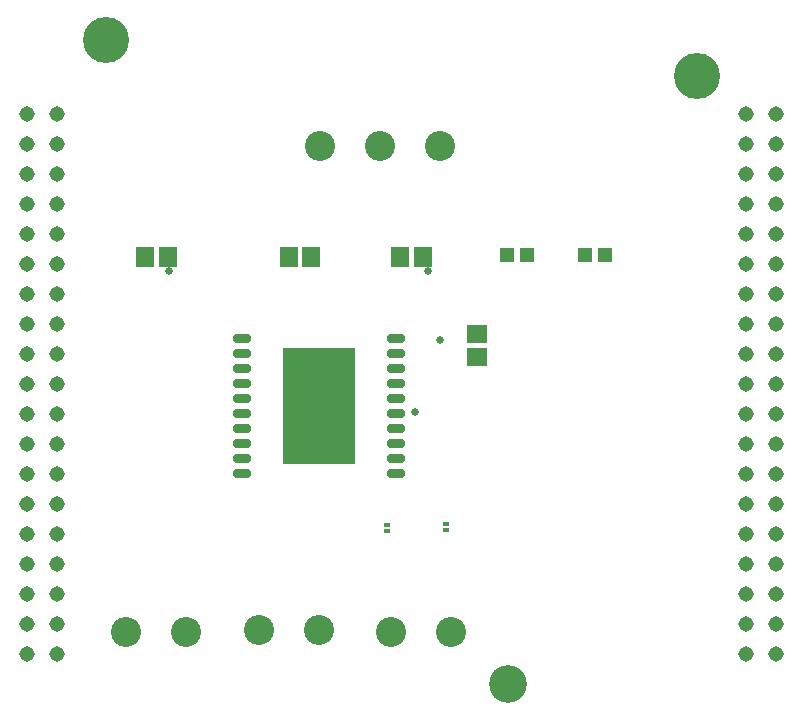
<source format=gbr>
G04 EAGLE Gerber RS-274X export*
G75*
%MOMM*%
%FSLAX34Y34*%
%LPD*%
%INSoldermask Top*%
%IPPOS*%
%AMOC8*
5,1,8,0,0,1.08239X$1,22.5*%
G01*
%ADD10C,3.903200*%
%ADD11C,3.203200*%
%ADD12R,1.303200X1.203200*%
%ADD13R,1.703200X1.503200*%
%ADD14R,0.553200X0.453200*%
%ADD15R,1.503200X1.703200*%
%ADD16C,1.311200*%
%ADD17C,2.543200*%
%ADD18C,0.469247*%
%ADD19R,6.203200X9.803200*%
%ADD20C,0.655600*%


D10*
X110000Y555000D03*
X610000Y525000D03*
D11*
X450000Y10000D03*
D12*
X448700Y372800D03*
X465700Y372800D03*
D13*
X423800Y287100D03*
X423800Y306100D03*
D14*
X397200Y140400D03*
X397200Y145400D03*
X347200Y139600D03*
X347200Y144600D03*
D12*
X515200Y372800D03*
X532200Y372800D03*
D15*
X264500Y371200D03*
X283500Y371200D03*
X358700Y371200D03*
X377700Y371200D03*
X142900Y371200D03*
X161900Y371200D03*
D16*
X42600Y492600D03*
X42600Y467200D03*
X42600Y441800D03*
X42600Y416400D03*
X42600Y391000D03*
X42600Y365600D03*
X42600Y340200D03*
X42600Y314800D03*
X42600Y289400D03*
X42600Y264000D03*
X42600Y238600D03*
X42600Y213200D03*
X42600Y187800D03*
X42600Y162400D03*
X42600Y137000D03*
X42600Y111600D03*
X42600Y86200D03*
X42600Y60800D03*
X42600Y35400D03*
X68000Y35400D03*
X68000Y60800D03*
X68000Y86200D03*
X68000Y111600D03*
X68000Y137000D03*
X68000Y162400D03*
X68000Y187800D03*
X68000Y213200D03*
X68000Y238600D03*
X68000Y264000D03*
X68000Y289400D03*
X68000Y314800D03*
X68000Y340200D03*
X68000Y365600D03*
X68000Y391000D03*
X68000Y416400D03*
X68000Y441800D03*
X68000Y467200D03*
X68000Y492600D03*
X651200Y492600D03*
X651200Y467200D03*
X651200Y441800D03*
X651200Y416400D03*
X651200Y391000D03*
X651200Y365600D03*
X651200Y340200D03*
X651200Y314800D03*
X651200Y289400D03*
X651200Y264000D03*
X651200Y238600D03*
X651200Y213200D03*
X651200Y187800D03*
X651200Y162400D03*
X651200Y137000D03*
X651200Y111600D03*
X651200Y86200D03*
X651200Y60800D03*
X651200Y35400D03*
X676600Y35400D03*
X676600Y60800D03*
X676600Y86200D03*
X676600Y111600D03*
X676600Y137000D03*
X676600Y162400D03*
X676600Y187800D03*
X676600Y213200D03*
X676600Y238600D03*
X676600Y264000D03*
X676600Y289400D03*
X676600Y314800D03*
X676600Y340200D03*
X676600Y365600D03*
X676600Y391000D03*
X676600Y416400D03*
X676600Y441800D03*
X676600Y467200D03*
X676600Y492600D03*
D17*
X239089Y56050D03*
X289889Y56050D03*
X392711Y465850D03*
X341911Y465850D03*
X291111Y465850D03*
X351189Y54050D03*
X401989Y54050D03*
X126489Y54050D03*
X177289Y54050D03*
D18*
X219355Y301380D02*
X229695Y301380D01*
X219355Y301380D02*
X219355Y304020D01*
X229695Y304020D01*
X229695Y301380D01*
X229695Y288680D02*
X219355Y288680D01*
X219355Y291320D01*
X229695Y291320D01*
X229695Y288680D01*
X229695Y275980D02*
X219355Y275980D01*
X219355Y278620D01*
X229695Y278620D01*
X229695Y275980D01*
X229695Y263280D02*
X219355Y263280D01*
X219355Y265920D01*
X229695Y265920D01*
X229695Y263280D01*
X229695Y250580D02*
X219355Y250580D01*
X219355Y253220D01*
X229695Y253220D01*
X229695Y250580D01*
X229695Y237880D02*
X219355Y237880D01*
X219355Y240520D01*
X229695Y240520D01*
X229695Y237880D01*
X229695Y225180D02*
X219355Y225180D01*
X219355Y227820D01*
X229695Y227820D01*
X229695Y225180D01*
X229695Y212480D02*
X219355Y212480D01*
X219355Y215120D01*
X229695Y215120D01*
X229695Y212480D01*
X229695Y199780D02*
X219355Y199780D01*
X219355Y202420D01*
X229695Y202420D01*
X229695Y199780D01*
X229695Y187080D02*
X219355Y187080D01*
X219355Y189720D01*
X229695Y189720D01*
X229695Y187080D01*
X349780Y288680D02*
X360120Y288680D01*
X349780Y288680D02*
X349780Y291320D01*
X360120Y291320D01*
X360120Y288680D01*
X360120Y275980D02*
X349780Y275980D01*
X349780Y278620D01*
X360120Y278620D01*
X360120Y275980D01*
X360120Y263280D02*
X349780Y263280D01*
X349780Y265920D01*
X360120Y265920D01*
X360120Y263280D01*
X360120Y250580D02*
X349780Y250580D01*
X349780Y253220D01*
X360120Y253220D01*
X360120Y250580D01*
X360120Y237880D02*
X349780Y237880D01*
X349780Y240520D01*
X360120Y240520D01*
X360120Y237880D01*
X360120Y225180D02*
X349780Y225180D01*
X349780Y227820D01*
X360120Y227820D01*
X360120Y225180D01*
X360120Y212480D02*
X349780Y212480D01*
X349780Y215120D01*
X360120Y215120D01*
X360120Y212480D01*
X360120Y199780D02*
X349780Y199780D01*
X349780Y202420D01*
X360120Y202420D01*
X360120Y199780D01*
X360120Y187080D02*
X349780Y187080D01*
X349780Y189720D01*
X360120Y189720D01*
X360120Y187080D01*
X360120Y301380D02*
X349780Y301380D01*
X349780Y304020D01*
X360120Y304020D01*
X360120Y301380D01*
D19*
X290000Y245000D03*
D20*
X392430Y300990D03*
X382270Y359410D03*
X162560Y359410D03*
X370840Y240030D03*
M02*

</source>
